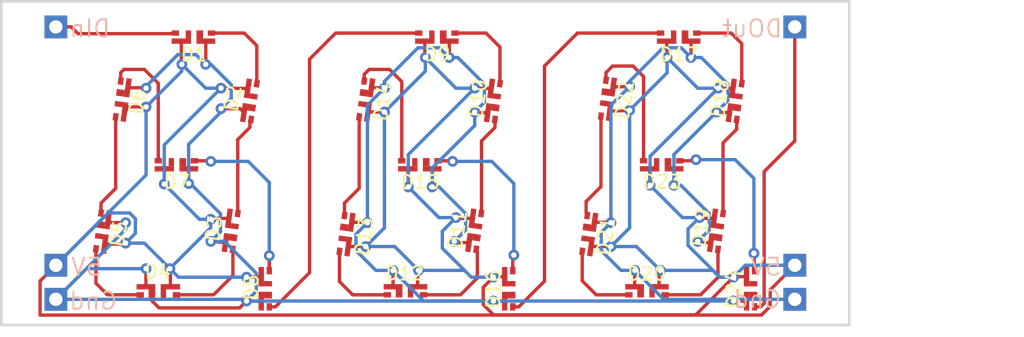
<source format=kicad_pcb>
(kicad_pcb (version 20240108) (generator "pcbnew") (generator_version "8.0")
  (layers (0 "F.Cu" signal) (31 "B.Cu" signal) (34 "B.Paste" user) (35 "F.Paste" user) (36 "B.SilkS" user "B.Silkscreen") (37 "F.SilkS" user "F.Silkscreen") (38 "B.Mask" user) (39 "F.Mask" user) (44 "Edge.Cuts" user))
  (net 0 "")
  (net 1 "GND")
  (net 2 "Net-(D1-DOUT)")
  (net 3 "unconnected-(D1-DIN-Pad3)")
  (net 4 "+5V")
  (net 5 "Net-(D2-DOUT)")
  (net 6 "Net-(D3-DOUT)")
  (net 7 "Net-(D4-DOUT)")
  (net 8 "Net-(D5-DOUT)")
  (net 9 "Net-(D6-DOUT)")
  (net 10 "Net-(D7-DOUT)")
  (net 11 "Net-(D8-DOUT)")
  (net 12 "Net-(D10-DIN)")
  (net 13 "Net-(D10-DOUT)")
  (net 14 "Net-(D11-DOUT)")
  (net 15 "Net-(D12-DOUT)")
  (net 16 "Net-(D13-DOUT)")
  (net 17 "Net-(D14-DOUT)")
  (net 18 "Net-(D15-DOUT)")
  (net 19 "Net-(D16-DOUT)")
  (net 20 "Net-(D17-DOUT)")
  (net 21 "Net-(D18-DOUT)")
  (net 22 "Net-(D19-DOUT)")
  (net 23 "Net-(D20-DOUT)")
  (net 24 "Net-(D21-DOUT)")
  (net 25 "Net-(D22-DOUT)")
  (net 26 "Net-(D23-DOUT)")
  (net 27 "Net-(D24-DOUT)")
  (footprint "Custom Footprint Library:SK6812-EC3210F" (layer "F.Cu") (at 115.316 82.169 82)
    (property "Reference" "D11")
    (property "Value" "SK6812-EC3210F" (hide yes))
  )
  (footprint "Custom Footprint Library:SK6812-EC3210F" (layer "F.Cu") (at 111.252 77.216 180)
    (property "Reference" "D15")
    (property "Value" "SK6812-EC3210F" (hide yes))
  )
  (footprint "Custom Footprint Library:SK6812-EC3210F" (layer "F.Cu") (at 135.89 86.487 90)
    (property "Reference" "D24")
    (property "Value" "SK6812-EC3210F" (hide yes))
  )
  (footprint "Custom Footprint Library:SK6812-EC3210F" (layer "F.Cu") (at 123.825 82.354 -98)
    (property "Reference" "D21")
    (property "Value" "SK6812-EC3210F" (hide yes))
  )
  (footprint "" (layer "F.Cu") (at 139.192 84.709)
    (property "Reference" "")
    (property "Value" "")
  )
  (footprint "Custom Footprint Library:SK6812-EC3210F" (layer "F.Cu") (at 99.695 86.487 90)
    (property "Reference" "D8")
    (property "Value" "SK6812-EC3210F" (hide yes))
  )
  (footprint "Custom Footprint Library:SK6812-EC3210F" (layer "F.Cu") (at 89.027 72.321 -98)
    (property "Reference" "D6")
    (property "Value" "SK6812-EC3210F" (hide yes))
  )
  (footprint "Custom Footprint Library:SK6812-EC3210F" (layer "F.Cu") (at 93.091 77.216 180)
    (property "Reference" "D7")
    (property "Value" "SK6812-EC3210F" (hide yes))
  )
  (footprint "Custom Footprint Library:SK6812-EC3210F" (layer "F.Cu") (at 97.155 82.169 82)
    (property "Reference" "D3")
    (property "Value" "SK6812-EC3210F" (hide yes))
  )
  (footprint "" (layer "F.Cu") (at 139.192 66.929)
    (property "Reference" "")
    (property "Value" "")
  )
  (footprint "" (layer "F.Cu") (at 139.192 87.249)
    (property "Reference" "")
    (property "Value" "")
  )
  (footprint "Custom Footprint Library:SK6812-EC3210F" (layer "F.Cu") (at 87.557 82.169 -98)
    (property "Reference" "D5")
    (property "Value" "SK6812-EC3210F" (hide yes))
  )
  (footprint "" (layer "F.Cu") (at 84.074 66.929)
    (property "Reference" "")
    (property "Value" "")
  )
  (footprint "Custom Footprint Library:SK6812-EC3210F" (layer "F.Cu") (at 116.713 72.481 82)
    (property "Reference" "D10")
    (property "Value" "SK6812-EC3210F" (hide yes))
  )
  (footprint "Custom Footprint Library:SK6812-EC3210F" (layer "F.Cu") (at 129.286 77.216 180)
    (property "Reference" "D23")
    (property "Value" "SK6812-EC3210F" (hide yes))
  )
  (footprint "Custom Footprint Library:SK6812-EC3210F" (layer "F.Cu") (at 91.694 86.614)
    (property "Reference" "D4")
    (property "Value" "SK6812-EC3210F" (hide yes))
  )
  (footprint "Custom Footprint Library:SK6812-EC3210F" (layer "F.Cu") (at 134.747 72.481 82)
    (property "Reference" "D18")
    (property "Value" "SK6812-EC3210F" (hide yes))
  )
  (footprint "Custom Footprint Library:SK6812-EC3210F" (layer "F.Cu") (at 117.856 86.487 90)
    (property "Reference" "D16")
    (property "Value" "SK6812-EC3210F" (hide yes))
  )
  (footprint "Custom Footprint Library:SK6812-EC3210F" (layer "F.Cu") (at 110.128 86.614)
    (property "Reference" "D12")
    (property "Value" "SK6812-EC3210F" (hide yes))
  )
  (footprint "Custom Footprint Library:SK6812-EC3210F" (layer "F.Cu") (at 98.552 72.481 81)
    (property "Reference" "D2")
    (property "Value" "SK6812-EC3210F" (hide yes))
  )
  (footprint "Custom Footprint Library:SK6812-EC3210F" (layer "F.Cu") (at 125.222 72.263 -98)
    (property "Reference" "D22")
    (property "Value" "SK6812-EC3210F" (hide yes))
  )
  (footprint "Custom Footprint Library:SK6812-EC3210F" (layer "F.Cu") (at 112.522 67.691 180)
    (property "Reference" "D9")
    (property "Value" "SK6812-EC3210F" (hide yes))
  )
  (footprint "Custom Footprint Library:SK6812-EC3210F" (layer "F.Cu") (at 107.188 72.321 -98)
    (property "Reference" "D14")
    (property "Value" "SK6812-EC3210F" (hide yes))
  )
  (footprint "Custom Footprint Library:SK6812-EC3210F" (layer "F.Cu") (at 130.556 67.691 180)
    (property "Reference" "D17")
    (property "Value" "SK6812-EC3210F" (hide yes))
  )
  (footprint "Custom Footprint Library:SK6812-EC3210F" (layer "F.Cu") (at 133.35 82.169 82)
    (property "Reference" "D19")
    (property "Value" "SK6812-EC3210F" (hide yes))
  )
  (footprint "Custom Footprint Library:SK6812-EC3210F" (layer "F.Cu") (at 105.718 82.354 -98)
    (property "Reference" "D13")
    (property "Value" "SK6812-EC3210F" (hide yes))
  )
  (footprint "Custom Footprint Library:SK6812-EC3210F" (layer "F.Cu") (at 128.143 86.614)
    (property "Reference" "D20")
    (property "Value" "SK6812-EC3210F" (hide yes))
  )
  (footprint "Custom Footprint Library:SK6812-EC3210F" (layer "F.Cu") (at 94.361 67.691 180)
    (property "Reference" "D1")
    (property "Value" "SK6812-EC3210F" (hide yes))
  )
  (footprint "" (layer "B.Cu") (at 84.074 87.249 180)
    (property "Reference" "Gnd")
    (property "Value" "")
  )
  (footprint "" (layer "B.Cu") (at 84.074 84.709 180)
    (property "Reference" "5V")
    (property "Value" "")
  )
  (gr_rect (start 80.01 65.024) (end 143.256 89.154) (stroke (width 0.2)) (fill none) (layer "Edge.Cuts"))
  (gr_text "5V" (at 137.033 84.836 0) (layer "B.SilkS") (effects (font (size 1.27 1.27)) (justify mirror)))
  (gr_text "Gnd" (at 136.398 87.249 0) (layer "B.SilkS") (effects (font (size 1.27 1.27)) (justify mirror)))
  (gr_text "DIn" (at 86.614 67.056 0) (layer "B.SilkS") (effects (font (size 1.27 1.27)) (justify mirror)))
  (gr_text "DOut" (at 136.017 67.056 0) (layer "B.SilkS") (effects (font (size 1.27 1.27)) (justify mirror)))
  (segment (start 114.893664 83.018489) (end 113.879489 83.018489) (width 0.25) (layer "F.Cu") (net 1))
  (segment (start 125.446511 81.504511) (end 125.476 81.534) (width 0.25) (layer "F.Cu") (net 1))
  (segment (start 134.62 87.376) (end 134.631 87.387) (width 0.25) (layer "F.Cu") (net 1))
  (segment (start 98.298 87.376) (end 97.785 87.889) (width 0.25) (layer "F.Cu") (net 1))
  (segment (start 108.585 71.501) (end 108.458 71.501) (width 0.25) (layer "F.Cu") (net 1))
  (segment (start 124.247336 81.504511) (end 125.446511 81.504511) (width 0.25) (layer "F.Cu") (net 1))
  (segment (start 130.186 78.729) (end 130.175 78.74) (width 0.25) (layer "F.Cu") (net 1))
  (segment (start 90.834489 71.471511) (end 90.902511 71.471511) (width 0.25) (layer "F.Cu") (net 1))
  (segment (start 106.140336 81.504511) (end 107.285511 81.504511) (width 0.25) (layer "F.Cu") (net 1))
  (segment (start 117.556 87.387) (end 116.713 87.376) (width 0.25) (layer "F.Cu") (net 1))
  (segment (start 90.805 71.501) (end 90.834489 71.471511) (width 0.25) (layer "F.Cu") (net 1))
  (segment (start 91.244 87.364) (end 91.244 86.814) (width 0.25) (layer "F.Cu") (net 1))
  (segment (start 112.152 77.516) (end 112.152 78.856) (width 0.25) (layer "F.Cu") (net 1))
  (segment (start 95.261 69.712) (end 95.25 69.723) (width 0.25) (layer "F.Cu") (net 1))
  (segment (start 107.610336 71.471511) (end 108.428511 71.471511) (width 0.25) (layer "F.Cu") (net 1))
  (segment (start 88.193825 81.534) (end 89.281 81.534) (width 0.25) (layer "F.Cu") (net 1))
  (segment (start 113.879489 83.018489) (end 113.792 82.931) (width 0.25) (layer "F.Cu") (net 1))
  (segment (start 90.775511 71.471511) (end 90.805 71.501) (width 0.25) (layer "F.Cu") (net 1))
  (segment (start 132.040489 83.018489) (end 131.953 82.931) (width 0.25) (layer "F.Cu") (net 1))
  (segment (start 99.395 87.387) (end 98.298 87.376) (width 0.25) (layer "F.Cu") (net 1))
  (segment (start 107.285511 81.504511) (end 107.315 81.534) (width 0.25) (layer "F.Cu") (net 1))
  (segment (start 113.422 69.204) (end 113.411 69.215) (width 0.25) (layer "F.Cu") (net 1))
  (segment (start 95.261 67.991) (end 95.261 69.712) (width 0.25) (layer "F.Cu") (net 1))
  (segment (start 116.713 87.376) (end 116.724 87.387) (width 0.25) (layer "F.Cu") (net 1))
  (segment (start 113.422 67.991) (end 113.422 69.204) (width 0.25) (layer "F.Cu") (net 1))
  (segment (start 135.59 87.387) (end 134.62 87.376) (width 0.25) (layer "F.Cu") (net 1))
  (segment (start 131.445 69.215) (end 131.456 69.204) (width 0.25) (layer "F.Cu") (net 1))
  (segment (start 97.785 87.889) (end 91.769 87.889) (width 0.25) (layer "F.Cu") (net 1))
  (segment (start 89.449336 71.471511) (end 90.775511 71.471511) (width 0.25) (layer "F.Cu") (net 1))
  (segment (start 127.243 86.314) (end 127.254 85.09) (width 0.25) (layer "F.Cu") (net 1))
  (segment (start 93.98 77.527) (end 93.991 77.516) (width 0.25) (layer "F.Cu") (net 1))
  (segment (start 95.631 82.931) (end 95.591489 83.018489) (width 0.25) (layer "F.Cu") (net 1))
  (segment (start 97.816913 73.025) (end 96.393 73.025) (width 0.25) (layer "F.Cu") (net 1))
  (segment (start 131.456 67.991) (end 131.445 69.215) (width 0.25) (layer "F.Cu") (net 1))
  (segment (start 96.732664 83.018489) (end 95.631 82.931) (width 0.25) (layer "F.Cu") (net 1))
  (segment (start 115.367489 73.330489) (end 115.316 73.279) (width 0.25) (layer "F.Cu") (net 1))
  (segment (start 116.290664 73.330489) (end 115.367489 73.330489) (width 0.25) (layer "F.Cu") (net 1))
  (segment (start 127.254 85.09) (end 127.243 85.101) (width 0.25) (layer "F.Cu") (net 1))
  (segment (start 132.927664 83.018489) (end 132.040489 83.018489) (width 0.25) (layer "F.Cu") (net 1))
  (segment (start 134.324664 73.330489) (end 133.35 73.279) (width 0.25) (layer "F.Cu") (net 1))
  (segment (start 125.644336 71.413511) (end 126.873 71.374) (width 0.25) (layer "F.Cu") (net 1))
  (segment (start 112.152 78.856) (end 112.141 78.867) (width 0.25) (layer "F.Cu") (net 1))
  (segment (start 90.794 86.314) (end 90.794 84.974) (width 0.25) (layer "F.Cu") (net 1))
  (segment (start 108.428511 71.471511) (end 108.585 71.501) (width 0.25) (layer "F.Cu") (net 1))
  (segment (start 133.35 73.279) (end 133.401489 73.330489) (width 0.25) (layer "F.Cu") (net 1))
  (segment (start 98.114902 73.322989) (end 97.816913 73.025) (width 0.25) (layer "F.Cu") (net 1))
  (segment (start 93.98 78.613) (end 93.98 77.527) (width 0.25) (layer "F.Cu") (net 1))
  (segment (start 91.769 87.889) (end 91.244 87.364) (width 0.25) (layer "F.Cu") (net 1))
  (segment (start 87.979336 81.319511) (end 88.193825 81.534) (width 0.25) (layer "F.Cu") (net 1))
  (segment (start 109.22 85.09) (end 109.228 85.098) (width 0.25) (layer "F.Cu") (net 1))
  (segment (start 130.186 77.516) (end 130.186 78.729) (width 0.25) (layer "F.Cu") (net 1))
  (segment (start 126.873 71.374) (end 126.833489 71.413511) (width 0.25) (layer "F.Cu") (net 1))
  (segment (start 90.794 84.974) (end 90.805 84.963) (width 0.25) (layer "F.Cu") (net 1))
  (segment (start 98.298 87.376) (end 98.309 87.387) (width 0.25) (layer "F.Cu") (net 1))
  (segment (start 109.228 86.314) (end 109.22 85.09) (width 0.25) (layer "F.Cu") (net 1))
  (via (at 126.873 71.374) (size 0.8) (drill 0.4) (layers "F.Cu" "B.Cu") (net 1))
  (via (at 133.35 73.279) (size 0.8) (drill 0.4) (layers "F.Cu" "B.Cu") (net 1))
  (via (at 127.254 85.09) (size 0.8) (drill 0.4) (layers "F.Cu" "B.Cu") (net 1))
  (via (at 113.411 69.215) (size 0.8) (drill 0.4) (layers "F.Cu" "B.Cu") (net 1))
  (via (at 134.62 87.376) (size 0.8) (drill 0.4) (layers "F.Cu" "B.Cu") (net 1))
  (via (at 93.98 78.613) (size 0.8) (drill 0.4) (layers "F.Cu" "B.Cu") (net 1))
  (via (at 95.631 82.931) (size 0.8) (drill 0.4) (layers "F.Cu" "B.Cu") (net 1))
  (via (at 89.281 81.534) (size 0.8) (drill 0.4) (layers "F.Cu" "B.Cu") (net 1))
  (via (at 131.445 69.215) (size 0.8) (drill 0.4) (layers "F.Cu" "B.Cu") (net 1))
  (via (at 96.393 73.025) (size 0.8) (drill 0.4) (layers "F.Cu" "B.Cu") (net 1))
  (via (at 131.953 82.931) (size 0.8) (drill 0.4) (layers "F.Cu" "B.Cu") (net 1))
  (via (at 109.22 85.09) (size 0.8) (drill 0.4) (layers "F.Cu" "B.Cu") (net 1))
  (via (at 107.315 81.534) (size 0.8) (drill 0.4) (layers "F.Cu" "B.Cu") (net 1))
  (via (at 113.792 82.931) (size 0.8) (drill 0.4) (layers "F.Cu" "B.Cu") (net 1))
  (via (at 90.805 71.501) (size 0.8) (drill 0.4) (layers "F.Cu" "B.Cu") (net 1))
  (via (at 130.175 78.74) (size 0.8) (drill 0.4) (layers "F.Cu" "B.Cu") (net 1))
  (via (at 112.141 78.867) (size 0.8) (drill 0.4) (layers "F.Cu" "B.Cu") (net 1))
  (via (at 95.25 69.723) (size 0.8) (drill 0.4) (layers "F.Cu" "B.Cu") (net 1))
  (via (at 108.585 71.501) (size 0.8) (drill 0.4) (layers "F.Cu" "B.Cu") (net 1))
  (via (at 125.476 81.534) (size 0.8) (drill 0.4) (layers "F.Cu" "B.Cu") (net 1))
  (via (at 116.713 87.376) (size 0.8) (drill 0.4) (layers "F.Cu" "B.Cu") (net 1))
  (via (at 115.316 73.279) (size 0.8) (drill 0.4) (layers "F.Cu" "B.Cu") (net 1))
  (via (at 98.298 87.376) (size 0.8) (drill 0.4) (layers "F.Cu" "B.Cu") (net 1))
  (via (at 90.805 84.963) (size 0.8) (drill 0.4) (layers "F.Cu" "B.Cu") (net 1))
  (segment (start 124.751 83.612305) (end 124.751 82.259) (width 0.25) (layer "B.Cu") (net 1))
  (segment (start 133.35 73.279) (end 130.175 76.454) (width 0.25) (layer "B.Cu") (net 1))
  (segment (start 108.585 71.501) (end 107.315 72.771) (width 0.25) (layer "B.Cu") (net 1))
  (segment (start 94.107 78.613) (end 96.356 80.862) (width 0.25) (layer "B.Cu") (net 1))
  (segment (start 96.393 73.279) (end 93.98 75.692) (width 0.25) (layer "B.Cu") (net 1))
  (segment (start 98.298 87.376) (end 98.171 87.249) (width 0.25) (layer "B.Cu") (net 1))
  (segment (start 130.175 78.74) (end 130.692305 78.74) (width 0.25) (layer "B.Cu") (net 1))
  (segment (start 99.023 86.651) (end 98.298 87.376) (width 0.25) (layer "B.Cu") (net 1))
  (segment (start 129.413 87.249) (end 127.254 85.09) (width 0.25) (layer "B.Cu") (net 1))
  (segment (start 98.171 87.249) (end 84.074 87.249) (width 0.25) (layer "B.Cu") (net 1))
  (segment (start 96.356 82.206) (end 95.631 82.931) (width 0.25) (layer "B.Cu") (net 1))
  (segment (start 90.805 71.501) (end 90.805 71.364695) (width 0.25) (layer "B.Cu") (net 1))
  (segment (start 107.940695 85.09) (end 109.22 85.09) (width 0.25) (layer "B.Cu") (net 1))
  (segment (start 134.62 87.376) (end 116.713 87.376) (width 0.25) (layer "B.Cu") (net 1))
  (segment (start 134.747 87.249) (end 134.62 87.376) (width 0.25) (layer "B.Cu") (net 1))
  (segment (start 95.640305 69.723) (end 97.155 71.237695) (width 0.25) (layer "B.Cu") (net 1))
  (segment (start 116.041 72.554) (end 115.316 73.279) (width 0.25) (layer "B.Cu") (net 1))
  (segment (start 115.316 74.285695) (end 112.141 77.460695) (width 0.25) (layer "B.Cu") (net 1))
  (segment (start 112.141 78.867) (end 112.658305 78.867) (width 0.25) (layer "B.Cu") (net 1))
  (segment (start 108.585 70.993) (end 108.585 71.501) (width 0.25) (layer "B.Cu") (net 1))
  (segment (start 97.155 71.237695) (end 97.155 72.263) (width 0.25) (layer "B.Cu") (net 1))
  (segment (start 113.411 69.215) (end 112.686 68.49) (width 0.25) (layer "B.Cu") (net 1))
  (segment (start 124.751 82.259) (end 125.476 81.534) (width 0.25) (layer "B.Cu") (net 1))
  (segment (start 132.805 80.852695) (end 132.805 82.079) (width 0.25) (layer "B.Cu") (net 1))
  (segment (start 89.281 82.032695) (end 89.281 81.534) (width 0.25) (layer "B.Cu") (net 1))
  (segment (start 111.088 68.49) (end 108.585 70.993) (width 0.25) (layer "B.Cu") (net 1))
  (segment (start 132.216305 69.215) (end 134.202 71.200695) (width 0.25) (layer "B.Cu") (net 1))
  (segment (start 97.155 72.263) (end 96.393 73.025) (width 0.25) (layer "B.Cu") (net 1))
  (segment (start 84.074 87.249) (end 84.074 87.239695) (width 0.25) (layer "B.Cu") (net 1))
  (segment (start 95.25 69.723) (end 95.640305 69.723) (width 0.25) (layer "B.Cu") (net 1))
  (segment (start 96.393 73.025) (end 96.393 73.279) (width 0.25) (layer "B.Cu") (net 1))
  (segment (start 95.631 82.931) (end 96.656305 82.931) (width 0.25) (layer "B.Cu") (net 1))
  (segment (start 129.366695 68.49) (end 130.72 68.49) (width 0.25) (layer "B.Cu") (net 1))
  (segment (start 113.411 69.215) (end 114.055305 69.215) (width 0.25) (layer "B.Cu") (net 1))
  (segment (start 93.171695 68.998) (end 94.525 68.998) (width 0.25) (layer "B.Cu") (net 1))
  (segment (start 114.644 80.852695) (end 114.644 82.079) (width 0.25) (layer "B.Cu") (net 1))
  (segment (start 112.658305 78.867) (end 114.644 80.852695) (width 0.25) (layer "B.Cu") (net 1))
  (segment (start 126.873 71.374) (end 126.873 70.983695) (width 0.25) (layer "B.Cu") (net 1))
  (segment (start 99.023 85.297695) (end 99.023 86.651) (width 0.25) (layer "B.Cu") (net 1))
  (segment (start 131.445 69.215) (end 132.216305 69.215) (width 0.25) (layer "B.Cu") (net 1))
  (segment (start 106.463 82.386) (end 106.463 83.612305) (width 0.25) (layer "B.Cu") (net 1))
  (segment (start 115.316 73.279) (end 115.316 74.285695) (width 0.25) (layer "B.Cu") (net 1))
  (segment (start 125.476 81.534) (end 125.476 72.771) (width 0.25) (layer "B.Cu") (net 1))
  (segment (start 107.315 72.771) (end 107.315 81.534) (width 0.25) (layer "B.Cu") (net 1))
  (segment (start 126.873 70.983695) (end 129.366695 68.49) (width 0.25) (layer "B.Cu") (net 1))
  (segment (start 86.36 84.963) (end 90.805 84.963) (width 0.25) (layer "B.Cu") (net 1))
  (segment (start 134.493 87.249) (end 129.413 87.249) (width 0.25) (layer "B.Cu") (net 1))
  (segment (start 109.22 85.09) (end 111.506 87.376) (width 0.25) (layer "B.Cu") (net 1))
  (segment (start 96.656305 82.931) (end 99.023 85.297695) (width 0.25) (layer "B.Cu") (net 1))
  (segment (start 84.074 87.249) (end 86.36 84.963) (width 0.25) (layer "B.Cu") (net 1))
  (segment (start 94.525 68.998) (end 95.25 69.723) (width 0.25) (layer "B.Cu") (net 1))
  (segment (start 90.805 71.364695) (end 93.171695 68.998) (width 0.25) (layer "B.Cu") (net 1))
  (segment (start 116.713 87.376) (end 98.298 87.376) (width 0.25) (layer "B.Cu") (net 1))
  (segment (start 125.476 72.771) (end 126.873 71.374) (width 0.25) (layer "B.Cu") (net 1))
  (segment (start 130.692305 78.74) (end 132.805 80.852695) (width 0.25) (layer "B.Cu") (net 1))
  (segment (start 106.463 83.612305) (end 107.940695 85.09) (width 0.25) (layer "B.Cu") (net 1))
  (segment (start 134.62 87.376) (end 134.493 87.249) (width 0.25) (layer "B.Cu") (net 1))
  (segment (start 130.175 76.454) (end 130.175 78.74) (width 0.25) (layer "B.Cu") (net 1))
  (segment (start 134.202 72.427) (end 133.35 73.279) (width 0.25) (layer "B.Cu") (net 1))
  (segment (start 93.98 75.692) (end 93.98 78.613) (width 0.25) (layer "B.Cu") (net 1))
  (segment (start 130.72 68.49) (end 131.445 69.215) (width 0.25) (layer "B.Cu") (net 1))
  (segment (start 127.254 85.09) (end 126.228695 85.09) (width 0.25) (layer "B.Cu") (net 1))
  (segment (start 111.506 87.376) (end 116.713 87.376) (width 0.25) (layer "B.Cu") (net 1))
  (segment (start 126.228695 85.09) (end 124.751 83.612305) (width 0.25) (layer "B.Cu") (net 1))
  (segment (start 116.041 71.200695) (end 116.041 72.554) (width 0.25) (layer "B.Cu") (net 1))
  (segment (start 84.074 87.239695) (end 89.281 82.032695) (width 0.25) (layer "B.Cu") (net 1))
  (segment (start 114.055305 69.215) (end 116.041 71.200695) (width 0.25) (layer "B.Cu") (net 1))
  (segment (start 134.202 71.200695) (end 134.202 72.427) (width 0.25) (layer "B.Cu") (net 1))
  (segment (start 132.805 82.079) (end 131.953 82.931) (width 0.25) (layer "B.Cu") (net 1))
  (segment (start 107.315 81.534) (end 106.463 82.386) (width 0.25) (layer "B.Cu") (net 1))
  (segment (start 93.98 78.613) (end 94.107 78.613) (width 0.25) (layer "B.Cu") (net 1))
  (segment (start 112.686 68.49) (end 111.088 68.49) (width 0.25) (layer "B.Cu") (net 1))
  (segment (start 112.141 77.460695) (end 112.141 78.867) (width 0.25) (layer "B.Cu") (net 1))
  (segment (start 139.192 87.249) (end 134.747 87.249) (width 0.25) (layer "B.Cu") (net 1))
  (segment (start 114.644 82.079) (end 113.792 82.931) (width 0.25) (layer "B.Cu") (net 1))
  (segment (start 96.356 80.862) (end 96.356 82.206) (width 0.25) (layer "B.Cu") (net 1))
  (segment (start 98.125 67.391) (end 99.063404 68.329404) (width 0.25) (layer "F.Cu") (net 2))
  (segment (start 99.063404 68.329404) (end 99.063404 71.169859) (width 0.25) (layer "F.Cu") (net 2))
  (segment (start 95.686 67.391) (end 98.125 67.391) (width 0.25) (layer "F.Cu") (net 2))
  (segment (start 85.725 67.437) (end 92.94 67.437) (width 0.25) (layer "F.Cu") (net 3))
  (segment (start 84.074 66.929) (end 85.217 66.929) (width 0.25) (layer "F.Cu") (net 3))
  (segment (start 85.217 66.929) (end 85.725 67.437) (width 0.25) (layer "F.Cu") (net 3))
  (segment (start 92.94 67.437) (end 92.986 67.391) (width 0.25) (layer "F.Cu") (net 3))
  (segment (start 132.13825 81.21125) (end 132.08 81.153) (width 0.25) (layer "F.Cu") (net 4))
  (segment (start 110.363 78.867) (end 110.327 78.831) (width 0.25) (layer "F.Cu") (net 4))
  (segment (start 135.59 85.562) (end 134.656 85.562) (width 0.25) (layer "F.Cu") (net 4))
  (segment (start 108.58475 73.27875) (end 108.585 73.279) (width 0.25) (layer "F.Cu") (net 4))
  (segment (start 123.993345 83.31175) (end 125.47575 83.31175) (width 0.25) (layer "F.Cu") (net 4))
  (segment (start 111.597 69.052) (end 111.633 69.215) (width 0.25) (layer "F.Cu") (net 4))
  (segment (start 133.477 71.501) (end 133.49925 71.52325) (width 0.25) (layer "F.Cu") (net 4))
  (segment (start 131.806 88.412) (end 116.723695 88.412) (width 0.25) (layer "F.Cu") (net 4))
  (segment (start 115.951 87.639305) (end 115.951 86.36) (width 0.25) (layer "F.Cu") (net 4))
  (segment (start 128.397 78.74) (end 128.361 78.704) (width 0.25) (layer "F.Cu") (net 4))
  (segment (start 96.986655 81.21125) (end 95.69975 81.21125) (width 0.25) (layer "F.Cu") (net 4))
  (segment (start 111.633 69.215) (end 111.633 69.088) (width 0.25) (layer "F.Cu") (net 4))
  (segment (start 116.723695 88.412) (end 115.951 87.639305) (width 0.25) (layer "F.Cu") (net 4))
  (segment (start 99.395 85.562) (end 98.298 85.598) (width 0.25) (layer "F.Cu") (net 4))
  (segment (start 89.576095 72.898) (end 90.805 72.898) (width 0.25) (layer "F.Cu") (net 4))
  (segment (start 82.899 85.884) (end 84.074 84.709) (width 0.25) (layer "F.Cu") (net 4))
  (segment (start 82.899 88.424) (end 82.899 85.884) (width 0.25) (layer "F.Cu") (net 4))
  (segment (start 98.400395 71.520458) (end 96.393 71.501) (width 0.25) (layer "F.Cu") (net 4))
  (segment (start 115.316 71.501) (end 115.33825 71.52325) (width 0.25) (layer "F.Cu") (net 4))
  (segment (start 134.656 85.562) (end 134.62 85.598) (width 0.25) (layer "F.Cu") (net 4))
  (segment (start 92.160529 77.521471) (end 92.160529 78.654471) (width 0.25) (layer "F.Cu") (net 4))
  (segment (start 92.583 85.09) (end 92.583 84.963) (width 0.25) (layer "F.Cu") (net 4))
  (segment (start 107.356345 73.27875) (end 108.58475 73.27875) (width 0.25) (layer "F.Cu") (net 4))
  (segment (start 128.361 77.516) (end 128.397 78.74) (width 0.25) (layer "F.Cu") (net 4))
  (segment (start 110.327 77.516) (end 110.363 78.867) (width 0.25) (layer "F.Cu") (net 4))
  (segment (start 87.725345 83.12675) (end 89.21225 83.12675) (width 0.25) (layer "F.Cu") (net 4))
  (segment (start 136.703 88.424) (end 82.899 88.424) (width 0.25) (layer "F.Cu") (net 4))
  (segment (start 125.47575 83.31175) (end 125.476 83.312) (width 0.25) (layer "F.Cu") (net 4))
  (segment (start 137.356 87.771) (end 136.703 88.424) (width 0.25) (layer "F.Cu") (net 4))
  (segment (start 98.298 85.598) (end 98.334 85.562) (width 0.25) (layer "F.Cu") (net 4))
  (segment (start 129.068 85.181) (end 129.159 85.09) (width 0.25) (layer "F.Cu") (net 4))
  (segment (start 92.094 87.141) (end 92.094 86.814) (width 0.25) (layer "F.Cu") (net 4))
  (segment (start 129.667 69.215) (end 129.631 69.179) (width 0.25) (layer "F.Cu") (net 4))
  (segment (start 129.068 86.314) (end 129.068 85.181) (width 0.25) (layer "F.Cu") (net 4))
  (segment (start 107.188 83.312) (end 107.18775 83.31175) (width 0.25) (layer "F.Cu") (net 4))
  (segment (start 92.619 86.314) (end 92.619 85.054) (width 0.25) (layer "F.Cu") (net 4))
  (segment (start 139.192 84.709) (end 137.356 86.545) (width 0.25) (layer "F.Cu") (net 4))
  (segment (start 134.62 85.598) (end 131.806 88.412) (width 0.25) (layer "F.Cu") (net 4))
  (segment (start 115.147655 81.21125) (end 113.97725 81.21125) (width 0.25) (layer "F.Cu") (net 4))
  (segment (start 92.583 84.963) (end 92.71 84.963) (width 0.25) (layer "F.Cu") (net 4))
  (segment (start 92.71 84.963) (end 92.71 84.963) (width 0.25) (layer "F.Cu") (net 4))
  (segment (start 126.873 73.152) (end 126.80425 73.22075) (width 0.25) (layer "F.Cu") (net 4))
  (segment (start 92.619 85.054) (end 92.583 85.09) (width 0.25) (layer "F.Cu") (net 4))
  (segment (start 89.195345 73.27875) (end 89.576095 72.898) (width 0.25) (layer "F.Cu") (net 4))
  (segment (start 89.21225 83.12675) (end 89.281 83.058) (width 0.25) (layer "F.Cu") (net 4))
  (segment (start 92.166 77.516) (end 92.160529 77.521471) (width 0.25) (layer "F.Cu") (net 4))
  (segment (start 113.97725 81.21125) (end 113.919 81.153) (width 0.25) (layer "F.Cu") (net 4))
  (segment (start 111.597 67.991) (end 111.597 69.052) (width 0.25) (layer "F.Cu") (net 4))
  (segment (start 117.556 85.562) (end 116.749 85.562) (width 0.25) (layer "F.Cu") (net 4))
  (segment (start 93.436 69.687) (end 93.472 69.723) (width 0.25) (layer "F.Cu") (net 4))
  (segment (start 96.393 71.501) (end 96.412458 71.520458) (width 0.25) (layer "F.Cu") (net 4))
  (segment (start 105.886345 83.31175) (end 107.188 83.312) (width 0.25) (layer "F.Cu") (net 4))
  (segment (start 116.544655 71.52325) (end 115.316 71.501) (width 0.25) (layer "F.Cu") (net 4))
  (segment (start 134.578655 71.52325) (end 133.477 71.501) (width 0.25) (layer "F.Cu") (net 4))
  (segment (start 116.749 85.562) (end 116.713 85.598) (width 0.25) (layer "F.Cu") (net 4))
  (segment (start 93.436 67.991) (end 93.436 69.687) (width 0.25) (layer "F.Cu") (net 4))
  (segment (start 129.631 67.991) (end 129.667 69.215) (width 0.25) (layer "F.Cu") (net 4))
  (segment (start 115.951 86.36) (end 116.713 85.598) (width 0.25) (layer "F.Cu") (net 4))
  (segment (start 133.181655 81.21125) (end 132.13825 81.21125) (width 0.25) (layer "F.Cu") (net 4))
  (segment (start 111.053 85.162) (end 111.125 85.09) (width 0.25) (layer "F.Cu") (net 4))
  (segment (start 137.356 86.545) (end 137.356 87.771) (width 0.25) (layer "F.Cu") (net 4))
  (segment (start 95.69975 81.21125) (end 95.631 81.28) (width 0.25) (layer "F.Cu") (net 4))
  (segment (start 111.053 86.314) (end 111.053 85.162) (width 0.25) (layer "F.Cu") (net 4))
  (segment (start 125.390345 73.22075) (end 126.873 73.152) (width 0.25) (layer "F.Cu") (net 4))
  (via (at 98.298 85.598) (size 0.8) (drill 0.4) (layers "F.Cu" "B.Cu") (net 4))
  (via (at 116.713 85.598) (size 0.8) (drill 0.4) (layers "F.Cu" "B.Cu") (net 4))
  (via (at 115.316 71.501) (size 0.8) (drill 0.4) (layers "F.Cu" "B.Cu") (net 4))
  (via (at 107.188 83.312) (size 0.8) (drill 0.4) (layers "F.Cu" "B.Cu") (net 4))
  (via (at 110.363 78.867) (size 0.8) (drill 0.4) (layers "F.Cu" "B.Cu") (net 4))
  (via (at 108.585 73.279) (size 0.8) (drill 0.4) (layers "F.Cu" "B.Cu") (net 4))
  (via (at 90.805 72.898) (size 0.8) (drill 0.4) (layers "F.Cu" "B.Cu") (net 4))
  (via (at 92.583 84.963) (size 0.8) (drill 0.4) (layers "F.Cu" "B.Cu") (net 4))
  (via (at 128.397 78.74) (size 0.8) (drill 0.4) (layers "F.Cu" "B.Cu") (net 4))
  (via (at 134.62 85.598) (size 0.8) (drill 0.4) (layers "F.Cu" "B.Cu") (net 4))
  (via (at 95.631 81.28) (size 0.8) (drill 0.4) (layers "F.Cu" "B.Cu") (net 4))
  (via (at 133.477 71.501) (size 0.8) (drill 0.4) (layers "F.Cu" "B.Cu") (net 4))
  (via (at 113.919 81.153) (size 0.8) (drill 0.4) (layers "F.Cu" "B.Cu") (net 4))
  (via (at 132.08 81.153) (size 0.8) (drill 0.4) (layers "F.Cu" "B.Cu") (net 4))
  (via (at 93.472 69.723) (size 0.8) (drill 0.4) (layers "F.Cu" "B.Cu") (net 4))
  (via (at 125.476 83.312) (size 0.8) (drill 0.4) (layers "F.Cu" "B.Cu") (net 4))
  (via (at 111.633 69.215) (size 0.8) (drill 0.4) (layers "F.Cu" "B.Cu") (net 4))
  (via (at 126.873 73.152) (size 0.8) (drill 0.4) (layers "F.Cu" "B.Cu") (net 4))
  (via (at 129.159 85.09) (size 0.8) (drill 0.4) (layers "F.Cu" "B.Cu") (net 4))
  (via (at 89.281 83.058) (size 0.8) (drill 0.4) (layers "F.Cu" "B.Cu") (net 4))
  (via (at 96.393 71.501) (size 0.8) (drill 0.4) (layers "F.Cu" "B.Cu") (net 4))
  (via (at 92.160529 78.654471) (size 0.8) (drill 0.4) (layers "F.Cu" "B.Cu") (net 4))
  (via (at 111.125 85.09) (size 0.8) (drill 0.4) (layers "F.Cu" "B.Cu") (net 4))
  (via (at 129.667 69.215) (size 0.8) (drill 0.4) (layers "F.Cu" "B.Cu") (net 4))
  (segment (start 111.125 85.09) (end 114.427 85.09) (width 0.25) (layer "B.Cu") (net 4))
  (segment (start 96.393 71.501) (end 95.25 71.501) (width 0.25) (layer "B.Cu") (net 4))
  (segment (start 131.228 83.231305) (end 133.472347 85.475653) (width 0.25) (layer "B.Cu") (net 4))
  (segment (start 90.678 83.058) (end 92.583 84.963) (width 0.25) (layer "B.Cu") (net 4))
  (segment (start 90.006 82.333) (end 89.281 83.058) (width 0.25) (layer "B.Cu") (net 4))
  (segment (start 107.188 83.312) (end 108.585 81.915) (width 0.25) (layer "B.Cu") (net 4))
  (segment (start 84.074 84.709) (end 87.974 80.809) (width 0.25) (layer "B.Cu") (net 4))
  (segment (start 109.347 83.312) (end 107.188 83.312) (width 0.25) (layer "B.Cu") (net 4))
  (segment (start 112.903 83.439) (end 112.903 82.169) (width 0.25) (layer "B.Cu") (net 4))
  (segment (start 135.509 84.709) (end 134.62 85.598) (width 0.25) (layer "B.Cu") (net 4))
  (segment (start 112.903 82.169) (end 113.919 81.153) (width 0.25) (layer "B.Cu") (net 4))
  (segment (start 115.316 71.501) (end 110.363 76.454) (width 0.25) (layer "B.Cu") (net 4))
  (segment (start 111.125 85.09) (end 109.347 83.312) (width 0.25) (layer "B.Cu") (net 4))
  (segment (start 129.667 69.215) (end 131.953 71.501) (width 0.25) (layer "B.Cu") (net 4))
  (segment (start 89.581305 80.809) (end 90.006 81.233695) (width 0.25) (layer "B.Cu") (net 4))
  (segment (start 125.476 83.312) (end 126.873 81.915) (width 0.25) (layer "B.Cu") (net 4))
  (segment (start 114.4905 85.0265) (end 112.903 83.439) (width 0.25) (layer "B.Cu") (net 4))
  (segment (start 139.192 84.709) (end 135.509 84.709) (width 0.25) (layer "B.Cu") (net 4))
  (segment (start 93.472 70.231) (end 90.805 72.898) (width 0.25) (layer "B.Cu") (net 4))
  (segment (start 131.228 82.005) (end 131.228 83.231305) (width 0.25) (layer "B.Cu") (net 4))
  (segment (start 95.631 81.905695) (end 95.631 81.28) (width 0.25) (layer "B.Cu") (net 4))
  (segment (start 112.649 81.153) (end 110.363 78.867) (width 0.25) (layer "B.Cu") (net 4))
  (segment (start 133.594695 85.598) (end 134.62 85.598) (width 0.25) (layer "B.Cu") (net 4))
  (segment (start 89.281 83.058) (end 90.678 83.058) (width 0.25) (layer "B.Cu") (net 4))
  (segment (start 110.363 76.454) (end 110.363 78.867) (width 0.25) (layer "B.Cu") (net 4))
  (segment (start 129.667 70.358) (end 129.667 69.215) (width 0.25) (layer "B.Cu") (net 4))
  (segment (start 114.427 85.09) (end 114.4905 85.0265) (width 0.25) (layer "B.Cu") (net 4))
  (segment (start 133.477 71.501) (end 128.397 76.581) (width 0.25) (layer "B.Cu") (net 4))
  (segment (start 133.086694 85.09) (end 133.472347 85.475653) (width 0.25) (layer "B.Cu") (net 4))
  (segment (start 90.805 72.898) (end 90.805 77.978) (width 0.25) (layer "B.Cu") (net 4))
  (segment (start 92.160529 75.733471) (end 96.393 71.501) (width 0.25) (layer "B.Cu") (net 4))
  (segment (start 127.381 83.312) (end 125.476 83.312) (width 0.25) (layer "B.Cu") (net 4))
  (segment (start 130.81 81.153) (end 132.08 81.153) (width 0.25) (layer "B.Cu") (net 4))
  (segment (start 113.919 81.153) (end 112.649 81.153) (width 0.25) (layer "B.Cu") (net 4))
  (segment (start 115.062 85.598) (end 114.4905 85.0265) (width 0.25) (layer "B.Cu") (net 4))
  (segment (start 92.583 84.963) (end 92.583 84.953695) (width 0.25) (layer "B.Cu") (net 4))
  (segment (start 94.786058 81.28) (end 92.160529 78.654471) (width 0.25) (layer "B.Cu") (net 4))
  (segment (start 87.974 80.809) (end 89.581305 80.809) (width 0.25) (layer "B.Cu") (net 4))
  (segment (start 128.397 76.581) (end 128.397 78.74) (width 0.25) (layer "B.Cu") (net 4))
  (segment (start 93.472 69.723) (end 93.472 70.231) (width 0.25) (layer "B.Cu") (net 4))
  (segment (start 116.713 85.598) (end 115.062 85.598) (width 0.25) (layer "B.Cu") (net 4))
  (segment (start 126.873 73.152) (end 129.667 70.358) (width 0.25) (layer "B.Cu") (net 4))
  (segment (start 93.218 85.598) (end 98.298 85.598) (width 0.25) (layer "B.Cu") (net 4))
  (segment (start 92.583 84.963) (end 93.218 85.598) (width 0.25) (layer "B.Cu") (net 4))
  (segment (start 113.919 71.501) (end 115.316 71.501) (width 0.25) (layer "B.Cu") (net 4))
  (segment (start 95.25 71.501) (end 93.472 69.723) (width 0.25) (layer "B.Cu") (net 4))
  (segment (start 131.953 71.501) (end 133.477 71.501) (width 0.25) (layer "B.Cu") (net 4))
  (segment (start 129.159 85.09) (end 133.086694 85.09) (width 0.25) (layer "B.Cu") (net 4))
  (segment (start 132.08 81.153) (end 131.228 82.005) (width 0.25) (layer "B.Cu") (net 4))
  (segment (start 126.873 81.915) (end 126.873 73.152) (width 0.25) (layer "B.Cu") (net 4))
  (segment (start 95.631 81.28) (end 94.786058 81.28) (width 0.25) (layer "B.Cu") (net 4))
  (segment (start 108.585 81.915) (end 108.585 73.279) (width 0.25) (layer "B.Cu") (net 4))
  (segment (start 133.472347 85.475653) (end 133.594695 85.598) (width 0.25) (layer "B.Cu") (net 4))
  (segment (start 111.633 70.231) (end 111.633 69.215) (width 0.25) (layer "B.Cu") (net 4))
  (segment (start 111.633 69.215) (end 113.919 71.501) (width 0.25) (layer "B.Cu") (net 4))
  (segment (start 92.583 84.953695) (end 95.631 81.905695) (width 0.25) (layer "B.Cu") (net 4))
  (segment (start 92.160529 78.654471) (end 92.160529 75.733471) (width 0.25) (layer "B.Cu") (net 4))
  (segment (start 108.585 73.279) (end 111.633 70.231) (width 0.25) (layer "B.Cu") (net 4))
  (segment (start 90.805 77.978) (end 84.074 84.709) (width 0.25) (layer "B.Cu") (net 4))
  (segment (start 128.397 78.74) (end 130.81 81.153) (width 0.25) (layer "B.Cu") (net 4))
  (segment (start 129.159 85.09) (end 127.381 83.312) (width 0.25) (layer "B.Cu") (net 4))
  (segment (start 90.006 81.233695) (end 90.006 82.333) (width 0.25) (layer "B.Cu") (net 4))
  (segment (start 98.552 74.422) (end 97.643443 75.330557) (width 0.25) (layer "F.Cu") (net 5))
  (segment (start 97.643443 75.330557) (end 97.643443 80.849133) (width 0.25) (layer "F.Cu") (net 5))
  (segment (start 98.552 73.925648) (end 98.552 74.422) (width 0.25) (layer "F.Cu") (net 5))
  (segment (start 98.641031 73.836617) (end 98.552 73.925648) (width 0.25) (layer "F.Cu") (net 5))
  (segment (start 97.282 85.471) (end 97.282 83.537181) (width 0.25) (layer "F.Cu") (net 6))
  (segment (start 95.839 86.914) (end 97.282 85.471) (width 0.25) (layer "F.Cu") (net 6))
  (segment (start 93.069 86.914) (end 95.839 86.914) (width 0.25) (layer "F.Cu") (net 6))
  (segment (start 97.282 83.537181) (end 97.267676 83.522857) (width 0.25) (layer "F.Cu") (net 6))
  (segment (start 87.93 86.914) (end 87.068557 86.052557) (width 0.25) (layer "F.Cu") (net 7))
  (segment (start 90.369 86.914) (end 87.93 86.914) (width 0.25) (layer "F.Cu") (net 7))
  (segment (start 87.068557 86.052557) (end 87.068557 83.488867) (width 0.25) (layer "F.Cu") (net 7))
  (segment (start 87.444324 80.068676) (end 88.538557 78.974443) (width 0.25) (layer "F.Cu") (net 8))
  (segment (start 87.444324 80.815143) (end 87.444324 80.068676) (width 0.25) (layer "F.Cu") (net 8))
  (segment (start 88.538557 78.974443) (end 88.538557 73.640867) (width 0.25) (layer "F.Cu") (net 8))
  (segment (start 89.154 70.104) (end 88.914324 70.343676) (width 0.25) (layer "F.Cu") (net 9))
  (segment (start 91.716 71.142) (end 90.678 70.104) (width 0.25) (layer "F.Cu") (net 9))
  (segment (start 90.678 70.104) (end 89.154 70.104) (width 0.25) (layer "F.Cu") (net 9))
  (segment (start 91.716 76.916) (end 91.716 71.142) (width 0.25) (layer "F.Cu") (net 9))
  (segment (start 88.914324 70.343676) (end 88.914324 70.967143) (width 0.25) (layer "F.Cu") (net 9))
  (segment (start 99.995 85.112) (end 99.995 83.993) (width 0.25) (layer "F.Cu") (net 10))
  (segment (start 95.631 76.962) (end 95.585 76.916) (width 0.25) (layer "F.Cu") (net 10))
  (segment (start 94.416 76.916) (end 95.585 76.916) (width 0.25) (layer "F.Cu") (net 10))
  (via (at 99.995 83.993) (size 0.8) (drill 0.4) (layers "F.Cu" "B.Cu") (net 10))
  (via (at 95.631 76.962) (size 0.8) (drill 0.4) (layers "F.Cu" "B.Cu") (net 10))
  (segment (start 99.995 78.532) (end 99.995 83.993) (width 0.25) (layer "B.Cu") (net 10))
  (segment (start 98.425 76.962) (end 99.995 78.532) (width 0.25) (layer "B.Cu") (net 10))
  (segment (start 95.631 76.962) (end 98.425 76.962) (width 0.25) (layer "B.Cu") (net 10))
  (segment (start 100.445 87.812) (end 102.997 85.26) (width 0.25) (layer "F.Cu") (net 11))
  (segment (start 104.948 67.391) (end 111.147 67.391) (width 0.25) (layer "F.Cu") (net 11))
  (segment (start 102.997 69.342) (end 104.948 67.391) (width 0.25) (layer "F.Cu") (net 11))
  (segment (start 102.997 85.26) (end 102.997 69.342) (width 0.25) (layer "F.Cu") (net 11))
  (segment (start 99.995 87.812) (end 100.445 87.812) (width 0.25) (layer "F.Cu") (net 11))
  (segment (start 116.159 67.391) (end 117.201443 68.433443) (width 0.25) (layer "F.Cu") (net 12))
  (segment (start 113.847 67.391) (end 116.159 67.391) (width 0.25) (layer "F.Cu") (net 12))
  (segment (start 117.201443 68.433443) (end 117.201443 71.161133) (width 0.25) (layer "F.Cu") (net 12))
  (segment (start 116.825676 74.436324) (end 115.824 75.438) (width 0.25) (layer "F.Cu") (net 13))
  (segment (start 115.824 80.829576) (end 115.804443 80.849133) (width 0.25) (layer "F.Cu") (net 13))
  (segment (start 116.825676 73.834857) (end 116.825676 74.436324) (width 0.25) (layer "F.Cu") (net 13))
  (segment (start 115.824 75.438) (end 115.824 80.829576) (width 0.25) (layer "F.Cu") (net 13))
  (segment (start 114.254 86.914) (end 115.514139 85.653861) (width 0.25) (layer "F.Cu") (net 14))
  (segment (start 115.514139 85.653861) (end 115.514139 83.679287) (width 0.25) (layer "F.Cu") (net 14))
  (segment (start 111.503 86.914) (end 114.254 86.914) (width 0.25) (layer "F.Cu") (net 14))
  (segment (start 105.229557 85.925557) (end 105.229557 83.673867) (width 0.25) (layer "F.Cu") (net 15))
  (segment (start 106.218 86.914) (end 105.229557 85.925557) (width 0.25) (layer "F.Cu") (net 15))
  (segment (start 108.803 86.914) (end 106.218 86.914) (width 0.25) (layer "F.Cu") (net 15))
  (segment (start 105.605324 81.000143) (end 105.605324 80.068676) (width 0.25) (layer "F.Cu") (net 16))
  (segment (start 106.699557 78.974443) (end 106.699557 73.640867) (width 0.25) (layer "F.Cu") (net 16))
  (segment (start 105.605324 80.068676) (end 106.699557 78.974443) (width 0.25) (layer "F.Cu") (net 16))
  (segment (start 108.966 70.104) (end 109.877 71.015) (width 0.25) (layer "F.Cu") (net 17))
  (segment (start 107.075324 70.470676) (end 107.442 70.104) (width 0.25) (layer "F.Cu") (net 17))
  (segment (start 107.442 70.104) (end 108.966 70.104) (width 0.25) (layer "F.Cu") (net 17))
  (segment (start 109.877 71.015) (end 109.877 76.916) (width 0.25) (layer "F.Cu") (net 17))
  (segment (start 107.075324 70.967143) (end 107.075324 70.470676) (width 0.25) (layer "F.Cu") (net 17))
  (segment (start 118.156 85.112) (end 118.156 84.028) (width 0.25) (layer "F.Cu") (net 18))
  (segment (start 112.577 76.916) (end 113.619 76.916) (width 0.25) (layer "F.Cu") (net 18))
  (segment (start 118.156 84.028) (end 118.237 83.947) (width 0.25) (layer "F.Cu") (net 18))
  (segment (start 113.619 76.916) (end 113.665 76.962) (width 0.25) (layer "F.Cu") (net 18))
  (via (at 118.237 83.947) (size 0.8) (drill 0.4) (layers "F.Cu" "B.Cu") (net 18))
  (via (at 113.665 76.962) (size 0.8) (drill 0.4) (layers "F.Cu" "B.Cu") (net 18))
  (segment (start 118.237 83.947) (end 118.237 78.613) (width 0.25) (layer "B.Cu") (net 18))
  (segment (start 118.237 78.613) (end 116.586 76.962) (width 0.25) (layer "B.Cu") (net 18))
  (segment (start 116.586 76.962) (end 113.665 76.962) (width 0.25) (layer "B.Cu") (net 18))
  (segment (start 122.982 67.391) (end 129.181 67.391) (width 0.25) (layer "F.Cu") (net 19))
  (segment (start 120.523 85.895) (end 120.523 69.85) (width 0.25) (layer "F.Cu") (net 19))
  (segment (start 118.606 87.812) (end 120.523 85.895) (width 0.25) (layer "F.Cu") (net 19))
  (segment (start 118.156 87.812) (end 118.606 87.812) (width 0.25) (layer "F.Cu") (net 19))
  (segment (start 120.523 69.85) (end 122.982 67.391) (width 0.25) (layer "F.Cu") (net 19))
  (segment (start 131.881 67.391) (end 134.447 67.391) (width 0.25) (layer "F.Cu") (net 20))
  (segment (start 135.235443 68.179443) (end 135.235443 71.161133) (width 0.25) (layer "F.Cu") (net 20))
  (segment (start 134.447 67.391) (end 135.235443 68.179443) (width 0.25) (layer "F.Cu") (net 20))
  (segment (start 134.859676 74.563324) (end 133.838443 75.584557) (width 0.25) (layer "F.Cu") (net 21))
  (segment (start 133.838443 75.584557) (end 133.838443 80.849133) (width 0.25) (layer "F.Cu") (net 21))
  (segment (start 134.859676 73.834857) (end 134.859676 74.563324) (width 0.25) (layer "F.Cu") (net 21))
  (segment (start 133.462676 83.522857) (end 133.462676 85.612324) (width 0.25) (layer "F.Cu") (net 22))
  (segment (start 132.161 86.914) (end 129.518 86.914) (width 0.25) (layer "F.Cu") (net 22))
  (segment (start 133.462676 85.612324) (end 132.161 86.914) (width 0.25) (layer "F.Cu") (net 22))
  (segment (start 123.336557 85.871557) (end 123.336557 83.673867) (width 0.25) (layer "F.Cu") (net 23))
  (segment (start 126.818 86.914) (end 124.379 86.914) (width 0.25) (layer "F.Cu") (net 23))
  (segment (start 124.379 86.914) (end 123.336557 85.871557) (width 0.25) (layer "F.Cu") (net 23))
  (segment (start 123.626861 79.954139) (end 123.626861 80.843713) (width 0.25) (layer "F.Cu") (net 24))
  (segment (start 124.733557 73.582867) (end 124.733557 78.847443) (width 0.25) (layer "F.Cu") (net 24))
  (segment (start 124.733557 78.847443) (end 123.626861 79.954139) (width 0.25) (layer "F.Cu") (net 24))
  (segment (start 127.911 70.634) (end 127.911 76.916) (width 0.25) (layer "F.Cu") (net 25))
  (segment (start 125.109324 70.909143) (end 125.109324 70.343676) (width 0.25) (layer "F.Cu") (net 25))
  (segment (start 125.603 69.85) (end 127.127 69.85) (width 0.25) (layer "F.Cu") (net 25))
  (segment (start 125.109324 70.343676) (end 125.603 69.85) (width 0.25) (layer "F.Cu") (net 25))
  (segment (start 127.127 69.85) (end 127.911 70.634) (width 0.25) (layer "F.Cu") (net 25))
  (segment (start 130.611 76.916) (end 131.745 76.916) (width 0.25) (layer "F.Cu") (net 26))
  (segment (start 136.144 83.82) (end 136.19 83.866) (width 0.25) (layer "F.Cu") (net 26))
  (segment (start 136.19 85.112) (end 136.144 83.82) (width 0.25) (layer "F.Cu") (net 26))
  (segment (start 131.745 76.916) (end 131.826 76.835) (width 0.25) (layer "F.Cu") (net 26))
  (via (at 136.144 83.82) (size 0.8) (drill 0.4) (layers "F.Cu" "B.Cu") (net 26))
  (via (at 131.826 76.835) (size 0.8) (drill 0.4) (layers "F.Cu" "B.Cu") (net 26))
  (via (at 136.144 83.82) (size 0.8) (drill 0.4) (layers "F.Cu" "B.Cu") (net 26))
  (segment (start 134.747 76.835) (end 131.826 76.835) (width 0.25) (layer "B.Cu") (net 26))
  (segment (start 136.144 78.232) (end 134.747 76.835) (width 0.25) (layer "B.Cu") (net 26))
  (segment (start 136.144 83.82) (end 136.144 78.232) (width 0.25) (layer "B.Cu") (net 26))
  (segment (start 136.906 87.546) (end 136.906 77.724) (width 0.25) (layer "F.Cu") (net 27))
  (segment (start 136.19 87.812) (end 136.64 87.812) (width 0.25) (layer "F.Cu") (net 27))
  (segment (start 139.192 75.438) (end 139.192 66.929) (width 0.25) (layer "F.Cu") (net 27))
  (segment (start 136.906 77.724) (end 139.192 75.438) (width 0.25) (layer "F.Cu") (net 27))
  (segment (start 136.64 87.812) (end 136.906 87.546) (width 0.25) (layer "F.Cu") (net 27))
)
</source>
